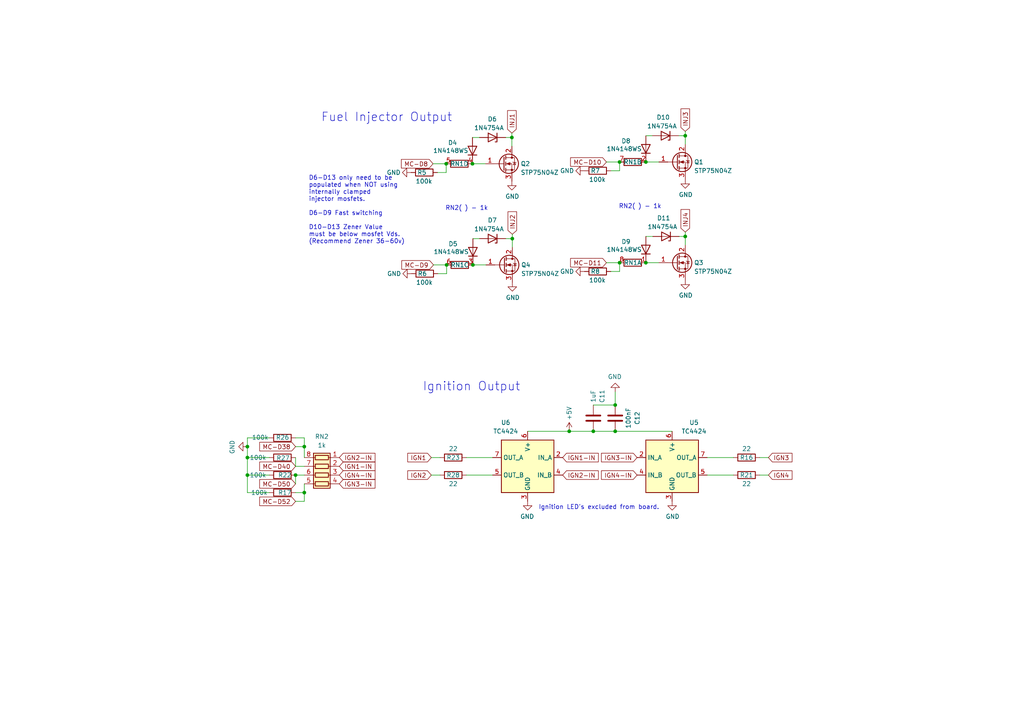
<source format=kicad_sch>
(kicad_sch (version 20211123) (generator eeschema)
  (paper "A4")
  (title_block (title "Pre-Ignition X4") (date "2021-09-25") (rev "3") (company "DetonationEMS") (comment 1 "detonationems.com"))
  (lib_symbols
    (symbol "Device:C" (pin_numbers hide) (pin_names (offset 0.254))
      (property "Reference" "C" (at 0.635 2.54 0))
      (property "Value" "C" (at 0.635 -2.54 0))
      (symbol "C_0_1"
        (polyline (pts (xy -2.032 -0.762) (xy 2.032 -0.762)) (stroke (width 0.508)))
        (polyline (pts (xy -2.032 0.762) (xy 2.032 0.762)) (stroke (width 0.508)))
      )
      (symbol "C_1_1"
        (pin passive line (at 0 3.81 270) (length 2.794) (name "~") (number "1"))
        (pin passive line (at 0 -3.81 90) (length 2.794) (name "~") (number "2"))
      )
    )
    (symbol "Device:D_Zener" (pin_numbers hide) (pin_names (offset 1.016) hide)
      (property "Reference" "D" (at 0 2.54 0))
      (property "Value" "D_Zener" (at 0 -2.54 0))
      (symbol "D_Zener_0_1"
        (polyline (pts (xy 1.27 0) (xy -1.27 0)))
        (polyline (pts (xy -1.27 -1.27) (xy -1.27 1.27) (xy -0.762 1.27)) (stroke (width 0.254)))
        (polyline (pts (xy 1.27 -1.27) (xy 1.27 1.27) (xy -1.27 0) (xy 1.27 -1.27)) (stroke (width 0.254)))
      )
      (symbol "D_Zener_1_1"
        (pin passive line (at -3.81 0 0) (length 2.54) (name "K") (number "1"))
        (pin passive line (at 3.81 0 180) (length 2.54) (name "A") (number "2"))
      )
    )
    (symbol "Device:R" (pin_numbers hide) (pin_names (offset 0))
      (property "Reference" "R" (at 2.032 0 90))
      (property "Value" "R" (at 0 0 90))
      (symbol "R_0_1"
        (rectangle (start -1.016 -2.54) (end 1.016 2.54) (stroke (width 0.254)))
      )
      (symbol "R_1_1"
        (pin passive line (at 0 3.81 270) (length 1.27) (name "~") (number "1"))
        (pin passive line (at 0 -3.81 90) (length 1.27) (name "~") (number "2"))
      )
    )
    (symbol "Device:R_Pack04" (pin_names (offset 0) hide)
      (property "Reference" "RN" (at -7.62 0 90))
      (property "Value" "R_Pack04" (at 5.08 0 90))
      (symbol "R_Pack04_0_1"
        (rectangle (start -6.35 -2.413) (end 3.81 2.413) (stroke (width 0.254)) (fill (type background)))
        (rectangle (start -5.715 1.905) (end -4.445 -1.905) (stroke (width 0.254)))
        (rectangle (start -3.175 1.905) (end -1.905 -1.905) (stroke (width 0.254)))
        (rectangle (start -0.635 1.905) (end 0.635 -1.905) (stroke (width 0.254)))
        (polyline (pts (xy -5.08 -2.54) (xy -5.08 -1.905)))
        (polyline (pts (xy -5.08 1.905) (xy -5.08 2.54)))
        (polyline (pts (xy -2.54 -2.54) (xy -2.54 -1.905)))
        (polyline (pts (xy -2.54 1.905) (xy -2.54 2.54)))
        (polyline (pts (xy 0 -2.54) (xy 0 -1.905)))
        (polyline (pts (xy 0 1.905) (xy 0 2.54)))
        (polyline (pts (xy 2.54 -2.54) (xy 2.54 -1.905)))
        (polyline (pts (xy 2.54 1.905) (xy 2.54 2.54)))
        (rectangle (start 1.905 1.905) (end 3.175 -1.905) (stroke (width 0.254)))
      )
      (symbol "R_Pack04_1_1"
        (pin passive line (at -5.08 -5.08 90) (length 2.54) (name "R1.1") (number "1"))
        (pin passive line (at -2.54 -5.08 90) (length 2.54) (name "R2.1") (number "2"))
        (pin passive line (at 0 -5.08 90) (length 2.54) (name "R3.1") (number "3"))
        (pin passive line (at 2.54 -5.08 90) (length 2.54) (name "R4.1") (number "4"))
        (pin passive line (at 2.54 5.08 270) (length 2.54) (name "R4.2") (number "5"))
        (pin passive line (at 0 5.08 270) (length 2.54) (name "R3.2") (number "6"))
        (pin passive line (at -2.54 5.08 270) (length 2.54) (name "R2.2") (number "7"))
        (pin passive line (at -5.08 5.08 270) (length 2.54) (name "R1.2") (number "8"))
      )
    )
    (symbol "Device:R_Pack04_Split" (pin_names (offset 0) hide)
      (property "Reference" "RN" (at 2.032 0 90))
      (property "Value" "R_Pack04_Split" (at 0 0 90))
      (symbol "R_Pack04_Split_0_1"
        (rectangle (start 1.016 2.54) (end -1.016 -2.54) (stroke (width 0.254)))
      )
      (symbol "R_Pack04_Split_1_1"
        (pin passive line (at 0 -3.81 90) (length 1.27) (name "R1.1") (number "1"))
        (pin passive line (at 0 3.81 270) (length 1.27) (name "R1.2") (number "8"))
      )
      (symbol "R_Pack04_Split_2_1"
        (pin passive line (at 0 -3.81 90) (length 1.27) (name "R2.1") (number "2"))
        (pin passive line (at 0 3.81 270) (length 1.27) (name "R2.2") (number "7"))
      )
      (symbol "R_Pack04_Split_3_1"
        (pin passive line (at 0 -3.81 90) (length 1.27) (name "R3.1") (number "3"))
        (pin passive line (at 0 3.81 270) (length 1.27) (name "R3.2") (number "6"))
      )
      (symbol "R_Pack04_Split_4_1"
        (pin passive line (at 0 -3.81 90) (length 1.27) (name "R4.1") (number "4"))
        (pin passive line (at 0 3.81 270) (length 1.27) (name "R4.2") (number "5"))
      )
    )
    (symbol "Diode:1N4148W" (pin_numbers hide) (pin_names (offset 1.016) hide)
      (property "Reference" "D" (at 0 2.54 0))
      (property "Value" "1N4148W" (at 0 -2.54 0))
      (symbol "1N4148W_0_1"
        (polyline (pts (xy -1.27 1.27) (xy -1.27 -1.27)) (stroke (width 0.254)))
        (polyline (pts (xy 1.27 0) (xy -1.27 0)))
        (polyline (pts (xy 1.27 1.27) (xy 1.27 -1.27) (xy -1.27 0) (xy 1.27 1.27)) (stroke (width 0.254)))
      )
      (symbol "1N4148W_1_1"
        (pin passive line (at -3.81 0 0) (length 2.54) (name "K") (number "1"))
        (pin passive line (at 3.81 0 180) (length 2.54) (name "A") (number "2"))
      )
    )
    (symbol "Driver_FET:MIC4427"
      (property "Reference" "U" (at -7.62 8.89 0))
      (property "Value" "MIC4427" (at 1.27 8.89 0))
      (symbol "MIC4427_0_1"
        (rectangle (start -7.62 -7.62) (end 7.62 7.62) (stroke (width 0.254)) (fill (type background)))
      )
      (symbol "MIC4427_1_1"
        (pin no_connect line (at -7.62 0 0) (length 2.54) hide (name "NC") (number "1"))
        (pin input line (at -10.16 2.54 0) (length 2.54) (name "IN_A") (number "2"))
        (pin power_in line (at 0 -10.16 90) (length 2.54) (name "GND") (number "3"))
        (pin input line (at -10.16 -2.54 0) (length 2.54) (name "IN_B") (number "4"))
        (pin output line (at 10.16 -2.54 180) (length 2.54) (name "OUT_B") (number "5"))
        (pin power_in line (at 0 10.16 270) (length 2.54) (name "V+") (number "6"))
        (pin output line (at 10.16 2.54 180) (length 2.54) (name "OUT_A") (number "7"))
        (pin no_connect line (at 7.62 0 180) (length 2.54) hide (name "NC") (number "8"))
      )
    )
    (symbol "R_Pack04_SIP_Split_1" (pin_names (offset 0) hide)
      (property "Reference" "RN?" (at 2.54 1.2701 0))
      (property "Value" "R_Pack04_SIP_Split_1" (at 2.54 -1.2699 0))
      (symbol "R_Pack04_SIP_Split_1_0_1"
        (rectangle (start 1.016 2.54) (end -1.016 -2.54) (stroke (width 0.254)))
      )
      (symbol "R_Pack04_SIP_Split_1_1_1"
        (pin passive line (at 0 -3.81 90) (length 1.27) (name "R1.1") (number "1"))
        (pin passive line (at 0 3.81 270) (length 1.27) (name "R1.2") (number "8"))
      )
      (symbol "R_Pack04_SIP_Split_1_2_1"
        (pin passive line (at 0 -3.81 90) (length 1.27) (name "R2.1") (number "3"))
        (pin passive line (at 0 3.81 270) (length 1.27) (name "R2.2") (number "4"))
      )
      (symbol "R_Pack04_SIP_Split_1_3_1"
        (pin passive line (at 0 -3.81 90) (length 1.27) (name "R3.1") (number "5"))
        (pin passive line (at 0 3.81 270) (length 1.27) (name "R3.2") (number "6"))
      )
      (symbol "R_Pack04_SIP_Split_1_4_1"
        (pin passive line (at 0 -3.81 90) (length 1.27) (name "R4.1") (number "7"))
        (pin passive line (at 0 3.81 270) (length 1.27) (name "R4.2") (number "8"))
      )
    )
    (symbol "Transistor_FET:IRF540N" (pin_names hide)
      (property "Reference" "Q" (at 6.35 1.905 0))
      (property "Value" "IRF540N" (at 6.35 0 0))
      (symbol "IRF540N_0_1"
        (polyline (pts (xy 0.254 0) (xy -2.54 0)))
        (polyline (pts (xy 0.254 1.905) (xy 0.254 -1.905)) (stroke (width 0.254)))
        (polyline (pts (xy 0.762 -1.27) (xy 0.762 -2.286)) (stroke (width 0.254)))
        (polyline (pts (xy 0.762 0.508) (xy 0.762 -0.508)) (stroke (width 0.254)))
        (polyline (pts (xy 0.762 2.286) (xy 0.762 1.27)) (stroke (width 0.254)))
        (polyline (pts (xy 2.54 2.54) (xy 2.54 1.778)))
        (polyline (pts (xy 2.54 -2.54) (xy 2.54 0) (xy 0.762 0)))
        (polyline (pts (xy 0.762 -1.778) (xy 3.302 -1.778) (xy 3.302 1.778) (xy 0.762 1.778)))
        (polyline (pts (xy 1.016 0) (xy 2.032 0.381) (xy 2.032 -0.381) (xy 1.016 0)) (fill (type outline)))
        (polyline (pts (xy 2.794 0.508) (xy 2.921 0.381) (xy 3.683 0.381) (xy 3.81 0.254)))
        (polyline (pts (xy 3.302 0.381) (xy 2.921 -0.254) (xy 3.683 -0.254) (xy 3.302 0.381)))
        (circle (center 1.651 0) (radius 2.794) (stroke (width 0.254)))
        (circle (center 2.54 -1.778) (radius 0.254) (fill (type outline)))
        (circle (center 2.54 1.778) (radius 0.254) (fill (type outline)))
      )
      (symbol "IRF540N_1_1"
        (pin input line (at -5.08 0 0) (length 2.54) (name "G") (number "1"))
        (pin passive line (at 2.54 5.08 270) (length 2.54) (name "D") (number "2"))
        (pin passive line (at 2.54 -5.08 90) (length 2.54) (name "S") (number "3"))
      )
    )
    (symbol "power:+5V" (power) (pin_names (offset 0))
      (property "Value" "+5V" (at 0 3.556 0))
      (symbol "+5V_0_1"
        (polyline (pts (xy -0.762 1.27) (xy 0 2.54)))
        (polyline (pts (xy 0 0) (xy 0 2.54)))
        (polyline (pts (xy 0 2.54) (xy 0.762 1.27)))
      )
      (symbol "+5V_1_1"
        (pin power_in line (at 0 0 90) (length 0) hide (name "+5V") (number "1"))
      )
    )
    (symbol "power:GND" (power) (pin_names (offset 0))
      (property "Value" "GND" (at 0 -3.81 0))
      (symbol "GND_0_1"
        (polyline (pts (xy 0 0) (xy 0 -1.27) (xy 1.27 -1.27) (xy 0 -2.54) (xy -1.27 -1.27) (xy 0 -1.27)))
      )
      (symbol "GND_1_1"
        (pin power_in line (at 0 0 270) (length 0) hide (name "GND") (number "1"))
      )
    )
  )
  (junction (at 179.705 46.99))
  (junction (at 71.755 129.54))
  (junction (at 178.435 117.475))
  (junction (at 129.54 76.835))
  (junction (at 178.435 125.095))
  (junction (at 129.413 47.498))
  (junction (at 187.325 76.2))
  (junction (at 88.265 129.54))
  (junction (at 71.755 137.795))
  (junction (at 187.325 46.99))
  (junction (at 148.463 39.878))
  (junction (at 148.59 69.215))
  (junction (at 85.725 137.795))
  (junction (at 137.033 47.498))
  (junction (at 172.085 125.095))
  (junction (at 88.265 142.875))
  (junction (at 137.16 76.835))
  (junction (at 179.705 76.2))
  (junction (at 198.755 39.37))
  (junction (at 165.1 125.095))
  (junction (at 198.755 68.58))
  (junction (at 71.755 132.715))
  (wire (pts (xy 198.755 39.37) (xy 198.755 41.91)))
  (wire (pts (xy 71.755 137.795) (xy 71.755 132.715)))
  (wire (pts (xy 78.105 137.795) (xy 71.755 137.795)))
  (wire (pts (xy 85.725 127) (xy 88.265 127)))
  (wire (pts (xy 196.977 68.58) (xy 198.755 68.58)))
  (wire (pts (xy 137.16 76.835) (xy 140.97 76.835)))
  (wire (pts (xy 71.755 142.875) (xy 71.755 137.795)))
  (wire (pts (xy 220.345 137.795) (xy 222.885 137.795)))
  (wire (pts (xy 71.755 127) (xy 71.755 129.54)))
  (wire (pts (xy 165.1 125.095) (xy 172.085 125.095)))
  (wire (pts (xy 125.73 76.835) (xy 129.54 76.835)))
  (wire (pts (xy 187.325 46.99) (xy 191.135 46.99)))
  (wire (pts (xy 146.685 69.215) (xy 148.59 69.215)))
  (wire (pts (xy 85.725 145.415) (xy 88.265 145.415)))
  (wire (pts (xy 220.345 132.715) (xy 222.885 132.715)))
  (wire (pts (xy 137.033 39.878) (xy 139.065 39.878)))
  (wire (pts (xy 137.16 69.215) (xy 139.065 69.215)))
  (wire (pts (xy 135.255 137.795) (xy 142.875 137.795)))
  (wire (pts (xy 198.755 67.31) (xy 198.755 68.58)))
  (wire (pts (xy 78.105 142.875) (xy 71.755 142.875)))
  (wire (pts (xy 196.85 39.37) (xy 198.755 39.37)))
  (wire (pts (xy 127.635 132.715) (xy 125.095 132.715)))
  (wire (pts (xy 205.105 137.795) (xy 212.725 137.795)))
  (wire (pts (xy 125.603 47.498) (xy 129.413 47.498)))
  (wire (pts (xy 175.895 76.2) (xy 179.705 76.2)))
  (wire (pts (xy 178.435 117.475) (xy 172.085 117.475)))
  (wire (pts (xy 129.54 79.375) (xy 129.54 76.835)))
  (wire (pts (xy 137.033 47.498) (xy 140.843 47.498)))
  (wire (pts (xy 85.725 142.875) (xy 88.265 142.875)))
  (wire (pts (xy 88.265 129.54) (xy 88.265 132.715)))
  (wire (pts (xy 127.635 137.795) (xy 125.095 137.795)))
  (wire (pts (xy 85.725 137.795) (xy 88.265 137.795)))
  (wire (pts (xy 179.705 78.74) (xy 179.705 76.2)))
  (wire (pts (xy 88.265 127) (xy 88.265 129.54)))
  (wire (pts (xy 146.685 39.878) (xy 148.463 39.878)))
  (wire (pts (xy 71.755 132.715) (xy 71.755 129.54)))
  (wire (pts (xy 178.435 113.665) (xy 178.435 117.475)))
  (wire (pts (xy 78.105 132.715) (xy 71.755 132.715)))
  (wire (pts (xy 187.325 39.37) (xy 189.23 39.37)))
  (wire (pts (xy 127 79.375) (xy 129.54 79.375)))
  (wire (pts (xy 148.463 38.608) (xy 148.463 39.878)))
  (wire (pts (xy 205.105 132.715) (xy 212.725 132.715)))
  (wire (pts (xy 187.325 76.2) (xy 191.135 76.2)))
  (wire (pts (xy 129.413 47.498) (xy 129.413 50.038)))
  (wire (pts (xy 148.463 39.878) (xy 148.463 42.418)))
  (wire (pts (xy 85.725 132.715) (xy 85.725 135.255)))
  (wire (pts (xy 178.435 125.095) (xy 194.945 125.095)))
  (wire (pts (xy 178.435 125.095) (xy 172.085 125.095)))
  (wire (pts (xy 198.755 68.58) (xy 198.755 71.12)))
  (wire (pts (xy 153.035 125.095) (xy 165.1 125.095)))
  (wire (pts (xy 135.255 132.715) (xy 142.875 132.715)))
  (wire (pts (xy 78.105 127) (xy 71.755 127)))
  (wire (pts (xy 179.705 49.53) (xy 179.705 46.99)))
  (wire (pts (xy 88.265 142.875) (xy 88.265 140.335)))
  (wire (pts (xy 85.725 137.795) (xy 85.725 140.335)))
  (wire (pts (xy 148.59 69.215) (xy 148.59 71.755)))
  (wire (pts (xy 175.895 46.99) (xy 179.705 46.99)))
  (wire (pts (xy 177.165 78.74) (xy 179.705 78.74)))
  (wire (pts (xy 198.755 38.1) (xy 198.755 39.37)))
  (wire (pts (xy 88.265 145.415) (xy 88.265 142.875)))
  (wire (pts (xy 177.165 49.53) (xy 179.705 49.53)))
  (wire (pts (xy 85.725 129.54) (xy 88.265 129.54)))
  (wire (pts (xy 187.325 68.58) (xy 189.357 68.58)))
  (wire (pts (xy 85.725 135.255) (xy 88.265 135.255)))
  (wire (pts (xy 129.413 50.038) (xy 126.873 50.038)))
  (wire (pts (xy 148.59 67.945) (xy 148.59 69.215)))
  (text "Fuel Injector Output" (at 93.091 35.56 0) (effects (font (size 2.4892 2.4892)) (justify left bottom)))
  (text "RN2( ) - 1k" (at 129.159 61.214 0) (effects (font (size 1.27 1.27)) (justify left bottom)))
  (text "D6-D13 only need to be\npopulated when NOT using \ninternally clamped \ninjector mosfets.\n\nD6-D9 Fast switching\n\nD10-D13 Zener Value\nmust be below mosfet Vds.\n(Recommend Zener 36-60v)" (at 89.535 70.866 0) (effects (font (size 1.27 1.27)) (justify left bottom)))
  (text "Ignition Output" (at 122.555 113.665 0) (effects (font (size 2.5 2.5)) (justify left bottom)))
  (text "RN2( ) - 1k" (at 179.451 60.706 0) (effects (font (size 1.27 1.27)) (justify left bottom)))
  (text "Ignition LED's excluded from board." (at 156.21 147.955 0) (effects (font (size 1.27 1.27)) (justify left bottom)))
  (global_label "MC-D40" (shape input) (at 85.725 135.255 180) (property "Intersheet References" "${INTERSHEET_REFS}" (effects hide)))
  (global_label "INJ1" (shape input) (at 148.463 38.608 90) (property "Intersheet References" "${INTERSHEET_REFS}" (effects hide)))
  (global_label "INJ3" (shape input) (at 198.755 38.1 90) (property "Intersheet References" "${INTERSHEET_REFS}" (effects hide)))
  (global_label "MC-D38" (shape input) (at 85.725 129.54 180) (property "Intersheet References" "${INTERSHEET_REFS}" (effects hide)))
  (global_label "IGN2-IN" (shape input) (at 98.425 132.715 0) (property "Intersheet References" "${INTERSHEET_REFS}" (effects hide)))
  (global_label "MC-D8" (shape input) (at 125.603 47.498 180) (property "Intersheet References" "${INTERSHEET_REFS}" (effects hide)))
  (global_label "IGN1-IN" (shape input) (at 98.425 135.255 0) (property "Intersheet References" "${INTERSHEET_REFS}" (effects hide)))
  (global_label "IGN1-IN" (shape input) (at 163.195 132.715 0) (property "Intersheet References" "${INTERSHEET_REFS}" (effects hide)))
  (global_label "MC-D52" (shape input) (at 85.725 145.415 180) (property "Intersheet References" "${INTERSHEET_REFS}" (effects hide)))
  (global_label "MC-D50" (shape input) (at 85.725 140.335 180) (property "Intersheet References" "${INTERSHEET_REFS}" (effects hide)))
  (global_label "IGN2" (shape input) (at 125.095 137.795 180) (property "Intersheet References" "${INTERSHEET_REFS}" (effects hide)))
  (global_label "IGN4-IN" (shape input) (at 184.785 137.795 180) (property "Intersheet References" "${INTERSHEET_REFS}" (effects hide)))
  (global_label "MC-D11" (shape input) (at 175.895 76.2 180) (property "Intersheet References" "${INTERSHEET_REFS}" (effects hide)))
  (global_label "IGN3-IN" (shape input) (at 184.785 132.715 180) (property "Intersheet References" "${INTERSHEET_REFS}" (effects hide)))
  (global_label "IGN1" (shape input) (at 125.095 132.715 180) (property "Intersheet References" "${INTERSHEET_REFS}" (effects hide)))
  (global_label "INJ4" (shape input) (at 198.755 67.31 90) (property "Intersheet References" "${INTERSHEET_REFS}" (effects hide)))
  (global_label "INJ2" (shape input) (at 148.59 67.945 90) (property "Intersheet References" "${INTERSHEET_REFS}" (effects hide)))
  (global_label "MC-D9" (shape input) (at 125.73 76.835 180) (property "Intersheet References" "${INTERSHEET_REFS}" (effects hide)))
  (global_label "MC-D10" (shape input) (at 175.895 46.99 180) (property "Intersheet References" "${INTERSHEET_REFS}" (effects hide)))
  (global_label "IGN4" (shape input) (at 222.885 137.795 0) (property "Intersheet References" "${INTERSHEET_REFS}" (effects hide)))
  (global_label "IGN3-IN" (shape input) (at 98.425 140.335 0) (property "Intersheet References" "${INTERSHEET_REFS}" (effects hide)))
  (global_label "IGN2-IN" (shape input) (at 163.195 137.795 0) (property "Intersheet References" "${INTERSHEET_REFS}" (effects hide)))
  (global_label "IGN3" (shape input) (at 222.885 132.715 0) (property "Intersheet References" "${INTERSHEET_REFS}" (effects hide)))
  (global_label "IGN4-IN" (shape input) (at 98.425 137.795 0) (property "Intersheet References" "${INTERSHEET_REFS}" (effects hide)))
  (symbol (lib_id "Device:C") (at 172.085 121.285 180) (unit 1)
    (property "Reference" "C11" (at 174.625 114.935 90))
    (property "Value" "1uF" (at 172.085 114.935 90))
    (property "Footprint" "Capacitor_SMD:C_0402_1005Metric" (effects hide))
    (property "LCSC" "C52923" (effects hide))
  )
  (symbol (lib_id "Device:C") (at 178.435 121.285 180) (unit 1)
    (property "Reference" "C12" (at 184.8358 121.285 90))
    (property "Value" "100nF" (at 182.245 121.285 90))
    (property "Footprint" "Capacitor_SMD:C_0402_1005Metric" (effects hide))
    (property "LCSC" "C307331" (effects hide))
  )
  (symbol (lib_id "power:GND") (at 178.435 113.665 180) (unit 1)
    (property "Reference" "#PWR043" (effects hide))
    (property "Value" "GND" (at 178.308 109.2708 0))
  )
  (symbol (lib_id "Driver_FET:MIC4427") (at 153.035 135.255 0) (mirror y) (unit 1)
    (property "Reference" "U6" (at 146.685 122.555 0))
    (property "Value" "TC4424" (at 146.685 125.095 0))
    (property "Footprint" "Package_SO:SOIC-8_3.9x4.9mm_P1.27mm" (effects hide))
    (property "Datasheet" "http://ww1.microchip.com/downloads/en/DeviceDoc/mic4426.pdf" (effects hide))
    (property "LCSC" "C2685358" (effects hide))
  )
  (symbol (lib_id "Device:R") (at 131.445 132.715 90) (mirror x) (unit 1)
    (property "Reference" "R23" (at 131.445 132.715 90))
    (property "Value" "22" (at 131.445 130.175 90))
    (property "Footprint" "Resistor_SMD:R_0805_2012Metric" (effects hide))
    (property "LCSC" "C17561" (effects hide))
  )
  (symbol (lib_id "Device:R") (at 131.445 137.795 90) (mirror x) (unit 1)
    (property "Reference" "R28" (at 131.445 137.795 90))
    (property "Value" "22" (at 131.445 140.335 90))
    (property "Footprint" "Resistor_SMD:R_0805_2012Metric" (effects hide))
    (property "LCSC" "C17561" (effects hide))
  )
  (symbol (lib_id "power:GND") (at 153.035 145.415 0) (mirror y) (unit 1)
    (property "Reference" "#PWR038" (effects hide))
    (property "Value" "GND" (at 152.908 149.8092 0))
  )
  (symbol (lib_id "power:GND") (at 71.755 129.54 270) (unit 1)
    (property "Reference" "#PWR031" (effects hide))
    (property "Value" "GND" (at 67.3608 129.667 0))
  )
  (symbol (lib_id "Diode:1N4148W") (at 137.033 43.688 90) (unit 1) (in_bom no) (on_board no)
    (property "Reference" "D4" (at 129.921 41.402 90) (effects (justify right)))
    (property "Value" "1N4148WS" (at 125.603 43.688 90) (effects (justify right)))
    (property "Footprint" "Diode_SMD:D_SOD-323F" (effects hide))
    (property "Datasheet" "https://www.vishay.com/docs/85748/1n4148w.pdf" (effects hide))
    (property "LCSC" "C2128" (effects hide))
  )
  (symbol (lib_id "Driver_FET:MIC4427") (at 194.945 135.255 0) (unit 1)
    (property "Reference" "U5" (at 201.295 122.555 0))
    (property "Value" "TC4424" (at 201.295 125.095 0))
    (property "Footprint" "Package_SO:SOIC-8_3.9x4.9mm_P1.27mm" (effects hide))
    (property "Datasheet" "http://ww1.microchip.com/downloads/en/DeviceDoc/mic4426.pdf" (effects hide))
    (property "LCSC" "C2685358" (effects hide))
  )
  (symbol (lib_id "Device:D_Zener") (at 142.875 39.878 180) (unit 1) (in_bom no) (on_board no)
    (property "Reference" "D6" (at 144.145 34.544 0) (effects (justify left)))
    (property "Value" "1N4754A" (at 146.177 37.084 0) (effects (justify left)))
    (property "Footprint" "Diode_SMD:D_SOD-123" (effects hide))
    (property "LCSC" "C268482" (effects hide))
  )
  (symbol (lib_id "Device:R") (at 216.535 137.795 270) (unit 1)
    (property "Reference" "R21" (at 216.535 137.795 90))
    (property "Value" "22" (at 216.535 140.335 90))
    (property "Footprint" "Resistor_SMD:R_0805_2012Metric" (effects hide))
    (property "LCSC" "C17561" (effects hide))
  )
  (symbol (lib_id "Device:R") (at 81.915 137.795 90) (unit 1)
    (property "Reference" "R22" (at 80.645 137.795 90) (effects (justify right)))
    (property "Value" "100k" (at 72.39 137.795 90) (effects (justify right)))
    (property "Footprint" "Resistor_SMD:R_0402_1005Metric" (effects hide))
    (property "LCSC" "C25741" (effects hide))
  )
  (symbol (lib_id "Device:R_Pack04_Split") (at 133.35 76.835 90) (unit 3)
    (property "Reference" "RN1" (at 133.35 76.835 90))
    (property "Value" "1k" (effects hide))
    (property "Footprint" "Resistor_SMD:R_Array_Concave_4x0603" (effects hide))
    (property "LCSC" "C20197" (effects hide))
  )
  (symbol (lib_id "Device:R") (at 173.355 49.53 90) (unit 1)
    (property "Reference" "R7" (at 171.323 49.53 90) (effects (justify right)))
    (property "Value" "100k" (at 170.815 52.07 90) (effects (justify right)))
    (property "Footprint" "Resistor_SMD:R_0402_1005Metric" (effects hide))
    (property "LCSC" "C25741" (effects hide))
  )
  (symbol (lib_id "power:GND") (at 148.463 52.578 0) (unit 1)
    (property "Reference" "#PWR036" (effects hide))
    (property "Value" "GND" (at 148.59 56.9722 0))
  )
  (symbol (lib_id "Device:R") (at 173.355 78.74 90) (unit 1)
    (property "Reference" "R8" (at 171.323 78.74 90) (effects (justify right)))
    (property "Value" "100k" (at 170.815 81.28 90) (effects (justify right)))
    (property "Footprint" "Resistor_SMD:R_0402_1005Metric" (effects hide))
    (property "LCSC" "C25741" (effects hide))
  )
  (symbol (lib_id "Device:R") (at 81.915 132.715 90) (unit 1)
    (property "Reference" "R27" (at 80.137 132.842 90) (effects (justify right)))
    (property "Value" "100k" (at 72.39 132.715 90) (effects (justify right)))
    (property "Footprint" "Resistor_SMD:R_0402_1005Metric" (effects hide))
    (property "LCSC" "C25741" (effects hide))
  )
  (symbol (lib_id "Transistor_FET:IRF540N") (at 196.215 76.2 0) (unit 1) (in_bom no)
    (property "Reference" "Q3" (at 201.295 76.2 0) (effects (justify left)))
    (property "Value" "STP75N04Z" (at 201.295 78.74 0) (effects (justify left)))
    (property "Footprint" "Package_TO_SOT_THT:TO-220-3_Vertical" (effects hide))
  )
  (symbol (lib_id "power:GND") (at 198.755 81.28 0) (unit 1)
    (property "Reference" "#PWR046" (effects hide))
    (property "Value" "GND" (at 198.882 85.6742 0))
  )
  (symbol (lib_id "power:GND") (at 119.253 50.038 270) (unit 1)
    (property "Reference" "#PWR032" (effects hide))
    (property "Value" "GND" (at 114.173 50.038 90))
  )
  (symbol (lib_id "power:GND") (at 119.38 79.375 270) (unit 1)
    (property "Reference" "#PWR033" (effects hide))
    (property "Value" "GND" (at 114.3 79.375 90))
  )
  (symbol (lib_id "power:GND") (at 148.59 81.915 0) (unit 1)
    (property "Reference" "#PWR037" (effects hide))
    (property "Value" "GND" (at 148.717 86.3092 0))
  )
  (symbol (lib_id "Transistor_FET:IRF540N") (at 145.923 47.498 0) (unit 1) (in_bom no)
    (property "Reference" "Q2" (at 151.003 47.498 0) (effects (justify left)))
    (property "Value" "STP75N04Z" (at 151.003 50.038 0) (effects (justify left)))
    (property "Footprint" "Package_TO_SOT_THT:TO-220-3_Vertical" (effects hide))
  )
  (symbol (lib_id "Device:R") (at 123.19 79.375 90) (unit 1)
    (property "Reference" "R6" (at 121.158 79.375 90) (effects (justify right)))
    (property "Value" "100k" (at 120.65 81.915 90) (effects (justify right)))
    (property "Footprint" "Resistor_SMD:R_0402_1005Metric" (effects hide))
    (property "LCSC" "C25741" (effects hide))
  )
  (symbol (lib_id "Device:R") (at 81.915 127 90) (unit 1)
    (property "Reference" "R26" (at 80.01 126.873 90) (effects (justify right)))
    (property "Value" "100k" (at 73.025 126.873 90) (effects (justify right)))
    (property "Footprint" "Resistor_SMD:R_0402_1005Metric" (effects hide))
    (property "LCSC" "C25741" (effects hide))
  )
  (symbol (lib_id "Device:R") (at 216.535 132.715 270) (unit 1)
    (property "Reference" "R16" (at 216.535 132.715 90))
    (property "Value" "22" (at 216.535 130.175 90))
    (property "Footprint" "Resistor_SMD:R_0805_2012Metric" (effects hide))
    (property "LCSC" "C17561" (effects hide))
  )
  (symbol (lib_id "Device:R_Pack04") (at 93.345 137.795 90) (mirror x) (unit 1)
    (property "Reference" "RN2" (at 93.345 126.619 90))
    (property "Value" "1k" (at 93.345 129.159 90))
    (property "Footprint" "Resistor_SMD:R_Array_Concave_4x0603" (effects hide))
    (property "LCSC" "C20197" (effects hide))
  )
  (symbol (lib_id "Device:D_Zener") (at 142.875 69.215 180) (unit 1) (in_bom no) (on_board no)
    (property "Reference" "D7" (at 144.145 63.881 0) (effects (justify left)))
    (property "Value" "1N4754A" (at 146.177 66.421 0) (effects (justify left)))
    (property "Footprint" "Diode_SMD:D_SOD-123" (effects hide))
    (property "LCSC" "C268482" (effects hide))
  )
  (symbol (lib_id "Diode:1N4148W") (at 137.16 73.025 90) (unit 1) (in_bom no) (on_board no)
    (property "Reference" "D5" (at 130.048 70.739 90) (effects (justify right)))
    (property "Value" "1N4148WS" (at 125.73 73.025 90) (effects (justify right)))
    (property "Footprint" "Diode_SMD:D_SOD-323F" (effects hide))
    (property "Datasheet" "https://www.vishay.com/docs/85748/1n4148w.pdf" (effects hide))
    (property "LCSC" "C2128" (effects hide))
  )
  (symbol (lib_id "Diode:1N4148W") (at 187.325 72.39 90) (unit 1) (in_bom no) (on_board no)
    (property "Reference" "D9" (at 180.213 70.104 90) (effects (justify right)))
    (property "Value" "1N4148WS" (at 175.895 72.39 90) (effects (justify right)))
    (property "Footprint" "Diode_SMD:D_SOD-323F" (effects hide))
    (property "Datasheet" "https://www.vishay.com/docs/85748/1n4148w.pdf" (effects hide))
    (property "LCSC" "C2128" (effects hide))
  )
  (symbol (lib_id "power:GND") (at 169.545 49.53 270) (unit 1)
    (property "Reference" "#PWR041" (effects hide))
    (property "Value" "GND" (at 164.465 49.53 90))
  )
  (symbol (lib_id "Diode:1N4148W") (at 187.325 43.18 90) (unit 1) (in_bom no) (on_board no)
    (property "Reference" "D8" (at 180.213 40.894 90) (effects (justify right)))
    (property "Value" "1N4148WS" (at 175.895 43.18 90) (effects (justify right)))
    (property "Footprint" "Diode_SMD:D_SOD-323F" (effects hide))
    (property "Datasheet" "https://www.vishay.com/docs/85748/1n4148w.pdf" (effects hide))
    (property "LCSC" "C2128" (effects hide))
  )
  (symbol (lib_id "Device:R") (at 81.915 142.875 90) (unit 1)
    (property "Reference" "R17" (at 80.645 142.875 90) (effects (justify right)))
    (property "Value" "100k" (at 72.771 142.875 90) (effects (justify right)))
    (property "Footprint" "Resistor_SMD:R_0402_1005Metric" (effects hide))
    (property "LCSC" "C25741" (effects hide))
  )
  (symbol (lib_id "power:GND") (at 169.545 78.74 270) (unit 1)
    (property "Reference" "#PWR042" (effects hide))
    (property "Value" "GND" (at 164.465 78.74 90))
  )
  (symbol (lib_id "Device:R_Pack04_Split") (at 133.223 47.498 90) (unit 4)
    (property "Reference" "RN1" (at 133.223 47.498 90))
    (property "Value" "1k" (effects hide))
    (property "Footprint" "Resistor_SMD:R_Array_Concave_4x0603" (effects hide))
    (property "LCSC" "C20197" (effects hide))
  )
  (symbol (lib_id "power:+5V") (at 165.1 125.095 0) (unit 1)
    (property "Reference" "#PWR039" (effects hide))
    (property "Value" "+5V" (at 165.1 121.92 90) (effects (justify left)))
  )
  (symbol (lib_id "power:GND") (at 198.755 52.07 0) (unit 1)
    (property "Reference" "#PWR045" (effects hide))
    (property "Value" "GND" (at 198.882 56.4642 0))
  )
  (symbol (lib_id "Transistor_FET:IRF540N") (at 196.215 46.99 0) (unit 1) (in_bom no)
    (property "Reference" "Q1" (at 201.295 46.99 0) (effects (justify left)))
    (property "Value" "STP75N04Z" (at 201.295 49.53 0) (effects (justify left)))
    (property "Footprint" "Package_TO_SOT_THT:TO-220-3_Vertical" (effects hide))
  )
  (symbol (lib_name "R_Pack04_SIP_Split_1") (lib_id "Device:R_Pack04_SIP_Split") (at 183.515 76.2 90) (unit 1)
    (property "Reference" "RN1" (at 183.515 76.2 90))
    (property "Value" "1k" (effects hide))
    (property "Footprint" "Resistor_SMD:R_Array_Concave_4x0603" (effects hide))
    (property "Datasheet" "http://www.vishay.com/docs/31509/csc.pdf" (effects hide))
    (property "LCSC" "C20197" (effects hide))
  )
  (symbol (lib_id "Device:R") (at 123.063 50.038 90) (unit 1)
    (property "Reference" "R5" (at 121.031 50.038 90) (effects (justify right)))
    (property "Value" "100k" (at 120.523 52.578 90) (effects (justify right)))
    (property "Footprint" "Resistor_SMD:R_0402_1005Metric" (effects hide))
    (property "LCSC" "C25741" (effects hide))
  )
  (symbol (lib_id "Transistor_FET:IRF540N") (at 146.05 76.835 0) (unit 1) (in_bom no)
    (property "Reference" "Q4" (at 151.13 76.835 0) (effects (justify left)))
    (property "Value" "STP75N04Z" (at 151.13 79.375 0) (effects (justify left)))
    (property "Footprint" "Package_TO_SOT_THT:TO-220-3_Vertical" (effects hide))
  )
  (symbol (lib_id "Device:D_Zener") (at 193.04 39.37 180) (unit 1) (in_bom no) (on_board no)
    (property "Reference" "D10" (at 194.31 34.036 0) (effects (justify left)))
    (property "Value" "1N4754A" (at 196.342 36.576 0) (effects (justify left)))
    (property "Footprint" "Diode_SMD:D_SOD-123" (effects hide))
    (property "LCSC" "C268482" (effects hide))
  )
  (symbol (lib_id "power:GND") (at 194.945 145.415 0) (unit 1)
    (property "Reference" "#PWR044" (effects hide))
    (property "Value" "GND" (at 195.072 149.8092 0))
  )
  (symbol (lib_id "Device:D_Zener") (at 193.167 68.58 180) (unit 1) (in_bom no) (on_board no)
    (property "Reference" "D11" (at 194.437 63.246 0) (effects (justify left)))
    (property "Value" "1N4754A" (at 196.469 65.786 0) (effects (justify left)))
    (property "Footprint" "Diode_SMD:D_SOD-123" (effects hide))
    (property "LCSC" "C268482" (effects hide))
  )
  (symbol (lib_id "Device:R_Pack04_Split") (at 183.515 46.99 90) (unit 2)
    (property "Reference" "RN1" (at 183.515 46.99 90))
    (property "Value" "1k" (effects hide))
    (property "Footprint" "Resistor_SMD:R_Array_Concave_4x0603" (effects hide))
    (property "LCSC" "C20197" (effects hide))
  )
)
</source>
